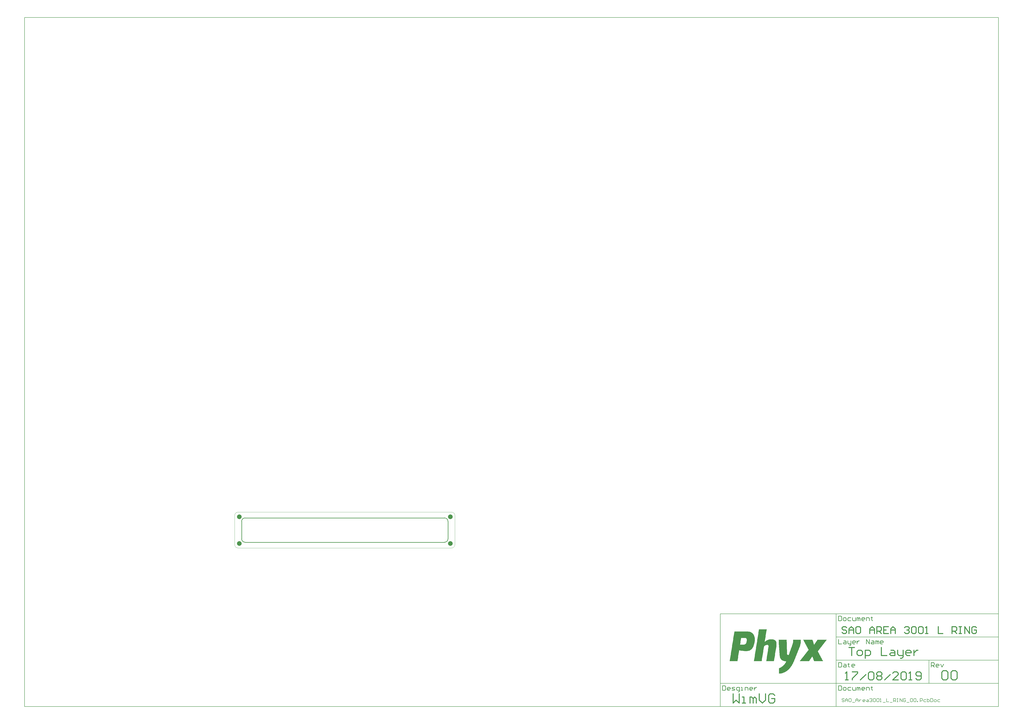
<source format=gtl>
G04*
G04 #@! TF.GenerationSoftware,Altium Limited,Altium Designer,18.1.7 (191)*
G04*
G04 Layer_Physical_Order=1*
G04 Layer_Color=255*
%FSLAX25Y25*%
%MOIN*%
G70*
G01*
G75*
%ADD10C,0.01575*%
%ADD11C,0.00984*%
%ADD12C,0.00394*%
%ADD13C,0.00787*%
%ADD15C,0.07874*%
G36*
X872201Y-141778D02*
X873919D01*
Y-142065D01*
X874778D01*
Y-142351D01*
X875637D01*
Y-142637D01*
X876496D01*
Y-142924D01*
X877069D01*
Y-143210D01*
X877355D01*
Y-143496D01*
X877928D01*
Y-143783D01*
X878214D01*
Y-144069D01*
X878786D01*
Y-144355D01*
X879073D01*
Y-144641D01*
X879359D01*
Y-144928D01*
X879646D01*
Y-145214D01*
X879932D01*
Y-145501D01*
X880218D01*
Y-145787D01*
X880504D01*
Y-146073D01*
Y-146359D01*
X880791D01*
Y-146646D01*
X881077D01*
Y-146932D01*
Y-147218D01*
X881363D01*
Y-147505D01*
X881650D01*
Y-147791D01*
Y-148077D01*
X881936D01*
Y-148364D01*
Y-148650D01*
Y-148936D01*
X882222D01*
Y-149223D01*
Y-149509D01*
Y-149795D01*
X882509D01*
Y-150082D01*
Y-150368D01*
Y-150654D01*
Y-150940D01*
X882795D01*
Y-151227D01*
Y-151513D01*
Y-151799D01*
Y-152086D01*
Y-152372D01*
X883081D01*
Y-152658D01*
Y-152945D01*
Y-153231D01*
Y-153517D01*
Y-153804D01*
Y-154090D01*
Y-154376D01*
Y-154663D01*
Y-154949D01*
Y-155235D01*
Y-155521D01*
Y-155808D01*
Y-156094D01*
Y-156380D01*
Y-156667D01*
Y-156953D01*
Y-157239D01*
Y-157526D01*
Y-157812D01*
Y-158098D01*
X882795D01*
Y-158385D01*
Y-158671D01*
Y-158957D01*
Y-159244D01*
Y-159530D01*
Y-159816D01*
Y-160102D01*
X882509D01*
Y-160389D01*
Y-160675D01*
Y-160961D01*
Y-161248D01*
Y-161534D01*
X882222D01*
Y-161820D01*
Y-162107D01*
Y-162393D01*
Y-162679D01*
Y-162966D01*
X881936D01*
Y-163252D01*
Y-163538D01*
Y-163824D01*
X881650D01*
Y-164111D01*
Y-164397D01*
Y-164683D01*
Y-164970D01*
X881363D01*
Y-165256D01*
Y-165542D01*
Y-165829D01*
X881077D01*
Y-166115D01*
Y-166401D01*
X880791D01*
Y-166688D01*
Y-166974D01*
Y-167260D01*
X880504D01*
Y-167547D01*
Y-167833D01*
X880218D01*
Y-168119D01*
Y-168405D01*
X879932D01*
Y-168692D01*
Y-168978D01*
X879646D01*
Y-169264D01*
X879359D01*
Y-169551D01*
Y-169837D01*
X879073D01*
Y-170123D01*
X878786D01*
Y-170410D01*
X878500D01*
Y-170696D01*
Y-170982D01*
X878214D01*
Y-171269D01*
X877928D01*
Y-171555D01*
X877641D01*
Y-171841D01*
X877355D01*
Y-172127D01*
X877069D01*
Y-172414D01*
X876496D01*
Y-172700D01*
X876210D01*
Y-172986D01*
X875637D01*
Y-173273D01*
X875351D01*
Y-173559D01*
X874778D01*
Y-173845D01*
X873919D01*
Y-174132D01*
X873060D01*
Y-174418D01*
X872201D01*
Y-174704D01*
X870483D01*
Y-174991D01*
X865330D01*
Y-174704D01*
X862753D01*
Y-174418D01*
X860749D01*
Y-174132D01*
X859317D01*
Y-173845D01*
X857886D01*
Y-173559D01*
X856454D01*
Y-173845D01*
Y-174132D01*
Y-174418D01*
Y-174704D01*
Y-174991D01*
Y-175277D01*
Y-175563D01*
X856168D01*
Y-175850D01*
Y-176136D01*
Y-176422D01*
Y-176709D01*
Y-176995D01*
Y-177281D01*
X855882D01*
Y-177568D01*
Y-177854D01*
Y-178140D01*
Y-178426D01*
Y-178713D01*
Y-178999D01*
X855595D01*
Y-179285D01*
Y-179572D01*
Y-179858D01*
Y-180144D01*
Y-180431D01*
Y-180717D01*
Y-181003D01*
X855309D01*
Y-181290D01*
Y-181576D01*
Y-181862D01*
Y-182149D01*
Y-182435D01*
Y-182721D01*
X855023D01*
Y-183007D01*
Y-183294D01*
Y-183580D01*
Y-183866D01*
Y-184153D01*
Y-184439D01*
X854736D01*
Y-184725D01*
Y-185012D01*
Y-185298D01*
Y-185584D01*
Y-185871D01*
Y-186157D01*
Y-186443D01*
X854450D01*
Y-186730D01*
Y-187016D01*
Y-187302D01*
Y-187588D01*
Y-187875D01*
Y-188161D01*
X854164D01*
Y-188447D01*
Y-188734D01*
Y-189020D01*
Y-189306D01*
Y-189593D01*
Y-189879D01*
X853877D01*
Y-190165D01*
Y-190452D01*
Y-190738D01*
Y-191024D01*
Y-191311D01*
Y-191597D01*
Y-191883D01*
X840421D01*
Y-191597D01*
X840707D01*
Y-191311D01*
Y-191024D01*
Y-190738D01*
Y-190452D01*
Y-190165D01*
X840993D01*
Y-189879D01*
Y-189593D01*
Y-189306D01*
Y-189020D01*
Y-188734D01*
Y-188447D01*
Y-188161D01*
X841280D01*
Y-187875D01*
Y-187588D01*
Y-187302D01*
Y-187016D01*
Y-186730D01*
Y-186443D01*
X841566D01*
Y-186157D01*
Y-185871D01*
Y-185584D01*
Y-185298D01*
Y-185012D01*
Y-184725D01*
X841852D01*
Y-184439D01*
Y-184153D01*
Y-183866D01*
Y-183580D01*
Y-183294D01*
Y-183007D01*
Y-182721D01*
X842138D01*
Y-182435D01*
Y-182149D01*
Y-181862D01*
Y-181576D01*
Y-181290D01*
Y-181003D01*
X842425D01*
Y-180717D01*
Y-180431D01*
Y-180144D01*
Y-179858D01*
Y-179572D01*
Y-179285D01*
X842711D01*
Y-178999D01*
Y-178713D01*
Y-178426D01*
Y-178140D01*
Y-177854D01*
Y-177568D01*
X842997D01*
Y-177281D01*
Y-176995D01*
Y-176709D01*
Y-176422D01*
Y-176136D01*
Y-175850D01*
Y-175563D01*
X843284D01*
Y-175277D01*
Y-174991D01*
Y-174704D01*
Y-174418D01*
Y-174132D01*
Y-173845D01*
X843570D01*
Y-173559D01*
Y-173273D01*
Y-172986D01*
Y-172700D01*
Y-172414D01*
Y-172127D01*
X843856D01*
Y-171841D01*
Y-171555D01*
Y-171269D01*
Y-170982D01*
Y-170696D01*
Y-170410D01*
X844143D01*
Y-170123D01*
Y-169837D01*
Y-169551D01*
Y-169264D01*
Y-168978D01*
Y-168692D01*
Y-168405D01*
X844429D01*
Y-168119D01*
Y-167833D01*
Y-167547D01*
Y-167260D01*
Y-166974D01*
Y-166688D01*
X844715D01*
Y-166401D01*
Y-166115D01*
Y-165829D01*
Y-165542D01*
Y-165256D01*
Y-164970D01*
X845002D01*
Y-164683D01*
Y-164397D01*
Y-164111D01*
Y-163824D01*
Y-163538D01*
Y-163252D01*
Y-162966D01*
X845288D01*
Y-162679D01*
Y-162393D01*
Y-162107D01*
Y-161820D01*
Y-161534D01*
Y-161248D01*
X845574D01*
Y-160961D01*
Y-160675D01*
Y-160389D01*
Y-160102D01*
Y-159816D01*
Y-159530D01*
X845861D01*
Y-159244D01*
Y-158957D01*
Y-158671D01*
Y-158385D01*
Y-158098D01*
Y-157812D01*
X846147D01*
Y-157526D01*
Y-157239D01*
Y-156953D01*
Y-156667D01*
Y-156380D01*
Y-156094D01*
Y-155808D01*
X846433D01*
Y-155521D01*
Y-155235D01*
Y-154949D01*
Y-154663D01*
Y-154376D01*
Y-154090D01*
X846719D01*
Y-153804D01*
Y-153517D01*
Y-153231D01*
Y-152945D01*
Y-152658D01*
Y-152372D01*
X847006D01*
Y-152086D01*
Y-151799D01*
Y-151513D01*
Y-151227D01*
Y-150940D01*
Y-150654D01*
Y-150368D01*
X847292D01*
Y-150082D01*
Y-149795D01*
Y-149509D01*
Y-149223D01*
Y-148936D01*
Y-148650D01*
X847578D01*
Y-148364D01*
Y-148077D01*
Y-147791D01*
Y-147505D01*
Y-147218D01*
Y-146932D01*
X847865D01*
Y-146646D01*
Y-146359D01*
Y-146073D01*
Y-145787D01*
Y-145501D01*
Y-145214D01*
Y-144928D01*
X848151D01*
Y-144641D01*
Y-144355D01*
Y-144069D01*
Y-143783D01*
Y-143496D01*
Y-143210D01*
X848437D01*
Y-142924D01*
Y-142637D01*
Y-142351D01*
Y-142065D01*
Y-141778D01*
Y-141492D01*
X872201D01*
Y-141778D01*
D02*
G37*
G36*
X903409Y-138343D02*
Y-138629D01*
X903123D01*
Y-138915D01*
Y-139202D01*
Y-139488D01*
Y-139774D01*
Y-140060D01*
Y-140347D01*
X902837D01*
Y-140633D01*
Y-140919D01*
Y-141206D01*
Y-141492D01*
Y-141778D01*
Y-142065D01*
X902551D01*
Y-142351D01*
Y-142637D01*
Y-142924D01*
Y-143210D01*
Y-143496D01*
Y-143783D01*
Y-144069D01*
X902264D01*
Y-144355D01*
Y-144641D01*
Y-144928D01*
Y-145214D01*
Y-145501D01*
Y-145787D01*
X901978D01*
Y-146073D01*
Y-146359D01*
Y-146646D01*
Y-146932D01*
Y-147218D01*
Y-147505D01*
X901692D01*
Y-147791D01*
Y-148077D01*
Y-148364D01*
Y-148650D01*
Y-148936D01*
Y-149223D01*
Y-149509D01*
X901405D01*
Y-149795D01*
Y-150082D01*
Y-150368D01*
Y-150654D01*
Y-150940D01*
Y-151227D01*
X901119D01*
Y-151513D01*
Y-151799D01*
Y-152086D01*
Y-152372D01*
Y-152658D01*
Y-152945D01*
X900833D01*
Y-153231D01*
Y-153517D01*
Y-153804D01*
Y-154090D01*
Y-154376D01*
Y-154663D01*
X900546D01*
Y-154949D01*
Y-155235D01*
Y-155521D01*
Y-155808D01*
Y-156094D01*
Y-156380D01*
Y-156667D01*
X900260D01*
Y-156953D01*
Y-157239D01*
Y-157526D01*
Y-157812D01*
Y-158098D01*
Y-158385D01*
X899974D01*
Y-158671D01*
Y-158957D01*
X900546D01*
Y-158671D01*
X900833D01*
Y-158385D01*
X901119D01*
Y-158098D01*
X901692D01*
Y-157812D01*
X901978D01*
Y-157526D01*
X902264D01*
Y-157239D01*
X902837D01*
Y-156953D01*
X903409D01*
Y-156667D01*
X903696D01*
Y-156380D01*
X904268D01*
Y-156094D01*
X905127D01*
Y-155808D01*
X905700D01*
Y-155521D01*
X906559D01*
Y-155235D01*
X907990D01*
Y-154949D01*
X914289D01*
Y-155235D01*
X915435D01*
Y-155521D01*
X916294D01*
Y-155808D01*
X916866D01*
Y-156094D01*
X917153D01*
Y-156380D01*
X917725D01*
Y-156667D01*
X918011D01*
Y-156953D01*
X918298D01*
Y-157239D01*
X918584D01*
Y-157526D01*
X918870D01*
Y-157812D01*
Y-158098D01*
X919157D01*
Y-158385D01*
Y-158671D01*
X919443D01*
Y-158957D01*
Y-159244D01*
Y-159530D01*
X919729D01*
Y-159816D01*
Y-160102D01*
Y-160389D01*
Y-160675D01*
X920016D01*
Y-160961D01*
Y-161248D01*
Y-161534D01*
Y-161820D01*
Y-162107D01*
Y-162393D01*
Y-162679D01*
Y-162966D01*
Y-163252D01*
Y-163538D01*
Y-163824D01*
Y-164111D01*
Y-164397D01*
Y-164683D01*
Y-164970D01*
Y-165256D01*
Y-165542D01*
Y-165829D01*
X919729D01*
Y-166115D01*
Y-166401D01*
Y-166688D01*
Y-166974D01*
Y-167260D01*
Y-167547D01*
Y-167833D01*
X919443D01*
Y-168119D01*
Y-168405D01*
Y-168692D01*
Y-168978D01*
Y-169264D01*
Y-169551D01*
Y-169837D01*
X919157D01*
Y-170123D01*
Y-170410D01*
Y-170696D01*
Y-170982D01*
Y-171269D01*
Y-171555D01*
X918870D01*
Y-171841D01*
Y-172127D01*
Y-172414D01*
Y-172700D01*
Y-172986D01*
Y-173273D01*
X918584D01*
Y-173559D01*
Y-173845D01*
Y-174132D01*
Y-174418D01*
Y-174704D01*
Y-174991D01*
X918298D01*
Y-175277D01*
Y-175563D01*
Y-175850D01*
Y-176136D01*
Y-176422D01*
Y-176709D01*
Y-176995D01*
X918011D01*
Y-177281D01*
Y-177568D01*
Y-177854D01*
Y-178140D01*
Y-178426D01*
Y-178713D01*
X917725D01*
Y-178999D01*
Y-179285D01*
Y-179572D01*
Y-179858D01*
Y-180144D01*
Y-180431D01*
X917439D01*
Y-180717D01*
Y-181003D01*
Y-181290D01*
Y-181576D01*
Y-181862D01*
Y-182149D01*
Y-182435D01*
X917153D01*
Y-182721D01*
Y-183007D01*
Y-183294D01*
Y-183580D01*
Y-183866D01*
Y-184153D01*
X916866D01*
Y-184439D01*
Y-184725D01*
Y-185012D01*
Y-185298D01*
Y-185584D01*
Y-185871D01*
X916580D01*
Y-186157D01*
Y-186443D01*
Y-186730D01*
Y-187016D01*
Y-187302D01*
Y-187588D01*
X916294D01*
Y-187875D01*
Y-188161D01*
Y-188447D01*
Y-188734D01*
Y-189020D01*
Y-189306D01*
Y-189593D01*
X916007D01*
Y-189879D01*
Y-190165D01*
Y-190452D01*
Y-190738D01*
Y-191024D01*
Y-191311D01*
X915721D01*
Y-191597D01*
Y-191883D01*
X902551D01*
Y-191597D01*
Y-191311D01*
X902837D01*
Y-191024D01*
Y-190738D01*
Y-190452D01*
Y-190165D01*
Y-189879D01*
Y-189593D01*
X903123D01*
Y-189306D01*
Y-189020D01*
Y-188734D01*
Y-188447D01*
Y-188161D01*
Y-187875D01*
Y-187588D01*
X903409D01*
Y-187302D01*
Y-187016D01*
Y-186730D01*
Y-186443D01*
Y-186157D01*
Y-185871D01*
X903696D01*
Y-185584D01*
Y-185298D01*
Y-185012D01*
Y-184725D01*
Y-184439D01*
Y-184153D01*
X903982D01*
Y-183866D01*
Y-183580D01*
Y-183294D01*
Y-183007D01*
Y-182721D01*
Y-182435D01*
Y-182149D01*
X904268D01*
Y-181862D01*
Y-181576D01*
Y-181290D01*
Y-181003D01*
Y-180717D01*
Y-180431D01*
X904555D01*
Y-180144D01*
Y-179858D01*
Y-179572D01*
Y-179285D01*
Y-178999D01*
Y-178713D01*
Y-178426D01*
X904841D01*
Y-178140D01*
Y-177854D01*
Y-177568D01*
Y-177281D01*
Y-176995D01*
Y-176709D01*
X905127D01*
Y-176422D01*
Y-176136D01*
Y-175850D01*
Y-175563D01*
Y-175277D01*
Y-174991D01*
X905414D01*
Y-174704D01*
Y-174418D01*
Y-174132D01*
Y-173845D01*
Y-173559D01*
Y-173273D01*
X905700D01*
Y-172986D01*
Y-172700D01*
Y-172414D01*
Y-172127D01*
Y-171841D01*
Y-171555D01*
Y-171269D01*
X905986D01*
Y-170982D01*
Y-170696D01*
Y-170410D01*
Y-170123D01*
Y-169837D01*
Y-169551D01*
X906273D01*
Y-169264D01*
Y-168978D01*
Y-168692D01*
Y-168405D01*
Y-168119D01*
Y-167833D01*
Y-167547D01*
X906559D01*
Y-167260D01*
Y-166974D01*
Y-166688D01*
Y-166401D01*
Y-166115D01*
Y-165829D01*
X906273D01*
Y-165542D01*
Y-165256D01*
X905986D01*
Y-164970D01*
X905700D01*
Y-164683D01*
X905127D01*
Y-164397D01*
X903409D01*
Y-164683D01*
X901978D01*
Y-164970D01*
X901119D01*
Y-165256D01*
X900546D01*
Y-165542D01*
X900260D01*
Y-165829D01*
X899687D01*
Y-166115D01*
X899401D01*
Y-166401D01*
X899115D01*
Y-166688D01*
Y-166974D01*
X898828D01*
Y-167260D01*
Y-167547D01*
Y-167833D01*
X898542D01*
Y-168119D01*
Y-168405D01*
Y-168692D01*
Y-168978D01*
Y-169264D01*
Y-169551D01*
X898256D01*
Y-169837D01*
Y-170123D01*
Y-170410D01*
Y-170696D01*
Y-170982D01*
Y-171269D01*
Y-171555D01*
X897970D01*
Y-171841D01*
Y-172127D01*
Y-172414D01*
Y-172700D01*
Y-172986D01*
Y-173273D01*
X897683D01*
Y-173559D01*
Y-173845D01*
Y-174132D01*
Y-174418D01*
Y-174704D01*
Y-174991D01*
X897397D01*
Y-175277D01*
Y-175563D01*
Y-175850D01*
Y-176136D01*
Y-176422D01*
Y-176709D01*
X897111D01*
Y-176995D01*
Y-177281D01*
Y-177568D01*
Y-177854D01*
Y-178140D01*
Y-178426D01*
Y-178713D01*
X896824D01*
Y-178999D01*
Y-179285D01*
Y-179572D01*
Y-179858D01*
Y-180144D01*
Y-180431D01*
X896538D01*
Y-180717D01*
Y-181003D01*
Y-181290D01*
Y-181576D01*
Y-181862D01*
Y-182149D01*
X896252D01*
Y-182435D01*
Y-182721D01*
Y-183007D01*
Y-183294D01*
Y-183580D01*
Y-183866D01*
Y-184153D01*
X895965D01*
Y-184439D01*
Y-184725D01*
Y-185012D01*
Y-185298D01*
Y-185584D01*
Y-185871D01*
X895679D01*
Y-186157D01*
Y-186443D01*
Y-186730D01*
Y-187016D01*
Y-187302D01*
Y-187588D01*
X895393D01*
Y-187875D01*
Y-188161D01*
Y-188447D01*
Y-188734D01*
Y-189020D01*
Y-189306D01*
X895106D01*
Y-189593D01*
Y-189879D01*
Y-190165D01*
Y-190452D01*
Y-190738D01*
Y-191024D01*
Y-191311D01*
X894820D01*
Y-191597D01*
Y-191883D01*
X881650D01*
Y-191597D01*
Y-191311D01*
X881936D01*
Y-191024D01*
Y-190738D01*
Y-190452D01*
Y-190165D01*
Y-189879D01*
Y-189593D01*
Y-189306D01*
X882222D01*
Y-189020D01*
Y-188734D01*
Y-188447D01*
Y-188161D01*
Y-187875D01*
Y-187588D01*
X882509D01*
Y-187302D01*
Y-187016D01*
Y-186730D01*
Y-186443D01*
Y-186157D01*
Y-185871D01*
X882795D01*
Y-185584D01*
Y-185298D01*
Y-185012D01*
Y-184725D01*
Y-184439D01*
Y-184153D01*
Y-183866D01*
X883081D01*
Y-183580D01*
Y-183294D01*
Y-183007D01*
Y-182721D01*
Y-182435D01*
Y-182149D01*
X883368D01*
Y-181862D01*
Y-181576D01*
Y-181290D01*
Y-181003D01*
Y-180717D01*
Y-180431D01*
X883654D01*
Y-180144D01*
Y-179858D01*
Y-179572D01*
Y-179285D01*
Y-178999D01*
Y-178713D01*
X883940D01*
Y-178426D01*
Y-178140D01*
Y-177854D01*
Y-177568D01*
Y-177281D01*
Y-176995D01*
Y-176709D01*
X884227D01*
Y-176422D01*
Y-176136D01*
Y-175850D01*
Y-175563D01*
Y-175277D01*
Y-174991D01*
X884513D01*
Y-174704D01*
Y-174418D01*
Y-174132D01*
Y-173845D01*
Y-173559D01*
Y-173273D01*
X884799D01*
Y-172986D01*
Y-172700D01*
Y-172414D01*
Y-172127D01*
Y-171841D01*
Y-171555D01*
Y-171269D01*
X885085D01*
Y-170982D01*
Y-170696D01*
Y-170410D01*
Y-170123D01*
Y-169837D01*
Y-169551D01*
X885372D01*
Y-169264D01*
Y-168978D01*
Y-168692D01*
Y-168405D01*
Y-168119D01*
Y-167833D01*
X885658D01*
Y-167547D01*
Y-167260D01*
Y-166974D01*
Y-166688D01*
Y-166401D01*
Y-166115D01*
X885944D01*
Y-165829D01*
Y-165542D01*
Y-165256D01*
Y-164970D01*
Y-164683D01*
Y-164397D01*
Y-164111D01*
X886231D01*
Y-163824D01*
Y-163538D01*
Y-163252D01*
Y-162966D01*
Y-162679D01*
Y-162393D01*
X886517D01*
Y-162107D01*
Y-161820D01*
Y-161534D01*
Y-161248D01*
Y-160961D01*
Y-160675D01*
X886803D01*
Y-160389D01*
Y-160102D01*
Y-159816D01*
Y-159530D01*
Y-159244D01*
Y-158957D01*
X887090D01*
Y-158671D01*
Y-158385D01*
Y-158098D01*
Y-157812D01*
Y-157526D01*
Y-157239D01*
Y-156953D01*
X887376D01*
Y-156667D01*
Y-156380D01*
Y-156094D01*
Y-155808D01*
Y-155521D01*
Y-155235D01*
X887662D01*
Y-154949D01*
Y-154663D01*
Y-154376D01*
Y-154090D01*
Y-153804D01*
Y-153517D01*
X887949D01*
Y-153231D01*
Y-152945D01*
Y-152658D01*
Y-152372D01*
Y-152086D01*
Y-151799D01*
Y-151513D01*
X888235D01*
Y-151227D01*
Y-150940D01*
Y-150654D01*
Y-150368D01*
Y-150082D01*
Y-149795D01*
X888521D01*
Y-149509D01*
Y-149223D01*
Y-148936D01*
Y-148650D01*
Y-148364D01*
Y-148077D01*
X888807D01*
Y-147791D01*
Y-147505D01*
Y-147218D01*
Y-146932D01*
Y-146646D01*
Y-146359D01*
X889094D01*
Y-146073D01*
Y-145787D01*
Y-145501D01*
Y-145214D01*
Y-144928D01*
Y-144641D01*
Y-144355D01*
X889380D01*
Y-144069D01*
Y-143783D01*
Y-143496D01*
Y-143210D01*
Y-142924D01*
Y-142637D01*
X889666D01*
Y-142351D01*
Y-142065D01*
Y-141778D01*
Y-141492D01*
Y-141206D01*
Y-140919D01*
X889953D01*
Y-140633D01*
Y-140347D01*
Y-140060D01*
Y-139774D01*
Y-139488D01*
Y-139202D01*
Y-138915D01*
X890239D01*
Y-138629D01*
Y-138343D01*
Y-138056D01*
X903409D01*
Y-138343D01*
D02*
G37*
G36*
X1005337Y-155808D02*
X1005050D01*
Y-156094D01*
X1004764D01*
Y-156380D01*
Y-156667D01*
X1004478D01*
Y-156953D01*
X1004192D01*
Y-157239D01*
X1003905D01*
Y-157526D01*
Y-157812D01*
X1003619D01*
Y-158098D01*
X1003333D01*
Y-158385D01*
X1003046D01*
Y-158671D01*
X1002760D01*
Y-158957D01*
Y-159244D01*
X1002474D01*
Y-159530D01*
X1002187D01*
Y-159816D01*
X1001901D01*
Y-160102D01*
Y-160389D01*
X1001615D01*
Y-160675D01*
X1001328D01*
Y-160961D01*
X1001042D01*
Y-161248D01*
X1000756D01*
Y-161534D01*
Y-161820D01*
X1000469D01*
Y-162107D01*
X1000183D01*
Y-162393D01*
X999897D01*
Y-162679D01*
Y-162966D01*
X999611D01*
Y-163252D01*
X999324D01*
Y-163538D01*
X999038D01*
Y-163824D01*
Y-164111D01*
X998752D01*
Y-164397D01*
X998465D01*
Y-164683D01*
X998179D01*
Y-164970D01*
X997893D01*
Y-165256D01*
Y-165542D01*
X997606D01*
Y-165829D01*
X997320D01*
Y-166115D01*
X997034D01*
Y-166401D01*
Y-166688D01*
X996747D01*
Y-166974D01*
X996461D01*
Y-167260D01*
X996175D01*
Y-167547D01*
Y-167833D01*
X995889D01*
Y-168119D01*
X995602D01*
Y-168405D01*
X995316D01*
Y-168692D01*
X995030D01*
Y-168978D01*
Y-169264D01*
X994743D01*
Y-169551D01*
X994457D01*
Y-169837D01*
X994171D01*
Y-170123D01*
Y-170410D01*
X993884D01*
Y-170696D01*
X993598D01*
Y-170982D01*
X993312D01*
Y-171269D01*
Y-171555D01*
X993025D01*
Y-171841D01*
X992739D01*
Y-172127D01*
X992453D01*
Y-172414D01*
X992166D01*
Y-172700D01*
Y-172986D01*
X991880D01*
Y-173273D01*
X991594D01*
Y-173559D01*
X991308D01*
Y-173845D01*
Y-174132D01*
X991021D01*
Y-174418D01*
X990735D01*
Y-174704D01*
X990449D01*
Y-174991D01*
X990162D01*
Y-175277D01*
Y-175563D01*
X990449D01*
Y-175850D01*
Y-176136D01*
X990735D01*
Y-176422D01*
Y-176709D01*
X991021D01*
Y-176995D01*
X991308D01*
Y-177281D01*
Y-177568D01*
X991594D01*
Y-177854D01*
Y-178140D01*
X991880D01*
Y-178426D01*
Y-178713D01*
X992166D01*
Y-178999D01*
Y-179285D01*
X992453D01*
Y-179572D01*
Y-179858D01*
X992739D01*
Y-180144D01*
Y-180431D01*
X993025D01*
Y-180717D01*
Y-181003D01*
X993312D01*
Y-181290D01*
Y-181576D01*
X993598D01*
Y-181862D01*
X993884D01*
Y-182149D01*
Y-182435D01*
X994171D01*
Y-182721D01*
Y-183007D01*
X994457D01*
Y-183294D01*
Y-183580D01*
X994743D01*
Y-183866D01*
Y-184153D01*
X995030D01*
Y-184439D01*
Y-184725D01*
X995316D01*
Y-185012D01*
Y-185298D01*
X995602D01*
Y-185584D01*
Y-185871D01*
X995889D01*
Y-186157D01*
X996175D01*
Y-186443D01*
Y-186730D01*
X996461D01*
Y-187016D01*
Y-187302D01*
X996747D01*
Y-187588D01*
Y-187875D01*
X997034D01*
Y-188161D01*
Y-188447D01*
X997320D01*
Y-188734D01*
Y-189020D01*
X997606D01*
Y-189306D01*
Y-189593D01*
X997893D01*
Y-189879D01*
Y-190165D01*
X998179D01*
Y-190452D01*
X998465D01*
Y-190738D01*
Y-191024D01*
X998752D01*
Y-191311D01*
Y-191597D01*
X999038D01*
Y-191883D01*
X983863D01*
Y-191597D01*
X983577D01*
Y-191311D01*
Y-191024D01*
Y-190738D01*
X983291D01*
Y-190452D01*
Y-190165D01*
Y-189879D01*
X983004D01*
Y-189593D01*
Y-189306D01*
X982718D01*
Y-189020D01*
Y-188734D01*
Y-188447D01*
X982432D01*
Y-188161D01*
Y-187875D01*
Y-187588D01*
X982146D01*
Y-187302D01*
Y-187016D01*
X981859D01*
Y-186730D01*
Y-186443D01*
Y-186157D01*
X981573D01*
Y-185871D01*
Y-185584D01*
Y-185298D01*
X981287D01*
Y-185012D01*
Y-184725D01*
Y-184439D01*
X981000D01*
Y-184153D01*
X980428D01*
Y-184439D01*
Y-184725D01*
X980141D01*
Y-185012D01*
X979855D01*
Y-185298D01*
Y-185584D01*
X979569D01*
Y-185871D01*
X979282D01*
Y-186157D01*
Y-186443D01*
X978996D01*
Y-186730D01*
X978710D01*
Y-187016D01*
Y-187302D01*
X978423D01*
Y-187588D01*
X978137D01*
Y-187875D01*
X977851D01*
Y-188161D01*
Y-188447D01*
X977565D01*
Y-188734D01*
X977278D01*
Y-189020D01*
Y-189306D01*
X976992D01*
Y-189593D01*
X976705D01*
Y-189879D01*
Y-190165D01*
X976419D01*
Y-190452D01*
X976133D01*
Y-190738D01*
Y-191024D01*
X975847D01*
Y-191311D01*
X975560D01*
Y-191597D01*
Y-191883D01*
X959527D01*
Y-191597D01*
X959813D01*
Y-191311D01*
X960099D01*
Y-191024D01*
X960386D01*
Y-190738D01*
X960672D01*
Y-190452D01*
Y-190165D01*
X960958D01*
Y-189879D01*
X961245D01*
Y-189593D01*
X961531D01*
Y-189306D01*
X961817D01*
Y-189020D01*
Y-188734D01*
X962104D01*
Y-188447D01*
X962390D01*
Y-188161D01*
X962676D01*
Y-187875D01*
Y-187588D01*
X962963D01*
Y-187302D01*
X963249D01*
Y-187016D01*
X963535D01*
Y-186730D01*
X963822D01*
Y-186443D01*
Y-186157D01*
X964108D01*
Y-185871D01*
X964394D01*
Y-185584D01*
X964680D01*
Y-185298D01*
X964967D01*
Y-185012D01*
Y-184725D01*
X965253D01*
Y-184439D01*
X965539D01*
Y-184153D01*
X965826D01*
Y-183866D01*
Y-183580D01*
X966112D01*
Y-183294D01*
X966398D01*
Y-183007D01*
X966685D01*
Y-182721D01*
X966971D01*
Y-182435D01*
Y-182149D01*
X967257D01*
Y-181862D01*
X967544D01*
Y-181576D01*
X967830D01*
Y-181290D01*
Y-181003D01*
X968116D01*
Y-180717D01*
X968402D01*
Y-180431D01*
X968689D01*
Y-180144D01*
X968975D01*
Y-179858D01*
Y-179572D01*
X969261D01*
Y-179285D01*
X969548D01*
Y-178999D01*
X969834D01*
Y-178713D01*
Y-178426D01*
X970120D01*
Y-178140D01*
X970407D01*
Y-177854D01*
X970693D01*
Y-177568D01*
X970979D01*
Y-177281D01*
Y-176995D01*
X971266D01*
Y-176709D01*
X971552D01*
Y-176422D01*
X971838D01*
Y-176136D01*
X972124D01*
Y-175850D01*
Y-175563D01*
X972411D01*
Y-175277D01*
X972697D01*
Y-174991D01*
X972983D01*
Y-174704D01*
Y-174418D01*
X973270D01*
Y-174132D01*
X973556D01*
Y-173845D01*
X973842D01*
Y-173559D01*
X974129D01*
Y-173273D01*
Y-172986D01*
X974415D01*
Y-172700D01*
Y-172414D01*
Y-172127D01*
X974129D01*
Y-171841D01*
X973842D01*
Y-171555D01*
Y-171269D01*
X973556D01*
Y-170982D01*
Y-170696D01*
X973270D01*
Y-170410D01*
Y-170123D01*
X972983D01*
Y-169837D01*
Y-169551D01*
X972697D01*
Y-169264D01*
Y-168978D01*
X972411D01*
Y-168692D01*
Y-168405D01*
X972124D01*
Y-168119D01*
X971838D01*
Y-167833D01*
Y-167547D01*
X971552D01*
Y-167260D01*
Y-166974D01*
X971266D01*
Y-166688D01*
Y-166401D01*
X970979D01*
Y-166115D01*
Y-165829D01*
X970693D01*
Y-165542D01*
Y-165256D01*
X970407D01*
Y-164970D01*
Y-164683D01*
X970120D01*
Y-164397D01*
X969834D01*
Y-164111D01*
Y-163824D01*
X969548D01*
Y-163538D01*
Y-163252D01*
X969261D01*
Y-162966D01*
Y-162679D01*
X968975D01*
Y-162393D01*
Y-162107D01*
X968689D01*
Y-161820D01*
Y-161534D01*
X968402D01*
Y-161248D01*
Y-160961D01*
X968116D01*
Y-160675D01*
Y-160389D01*
X967830D01*
Y-160102D01*
X967544D01*
Y-159816D01*
Y-159530D01*
X967257D01*
Y-159244D01*
Y-158957D01*
X966971D01*
Y-158671D01*
Y-158385D01*
X966685D01*
Y-158098D01*
Y-157812D01*
X966398D01*
Y-157526D01*
Y-157239D01*
X966112D01*
Y-156953D01*
Y-156667D01*
X965826D01*
Y-156380D01*
X965539D01*
Y-156094D01*
Y-155808D01*
X965253D01*
Y-155521D01*
X981000D01*
Y-155808D01*
X981287D01*
Y-156094D01*
Y-156380D01*
Y-156667D01*
X981573D01*
Y-156953D01*
Y-157239D01*
Y-157526D01*
X981859D01*
Y-157812D01*
Y-158098D01*
Y-158385D01*
X982146D01*
Y-158671D01*
Y-158957D01*
Y-159244D01*
X982432D01*
Y-159530D01*
Y-159816D01*
Y-160102D01*
X982718D01*
Y-160389D01*
Y-160675D01*
Y-160961D01*
X983004D01*
Y-161248D01*
Y-161534D01*
Y-161820D01*
X983291D01*
Y-162107D01*
Y-162393D01*
Y-162679D01*
X983577D01*
Y-162966D01*
Y-163252D01*
Y-163538D01*
Y-163824D01*
X984150D01*
Y-163538D01*
X984436D01*
Y-163252D01*
X984722D01*
Y-162966D01*
Y-162679D01*
X985009D01*
Y-162393D01*
X985295D01*
Y-162107D01*
Y-161820D01*
X985581D01*
Y-161534D01*
X985868D01*
Y-161248D01*
Y-160961D01*
X986154D01*
Y-160675D01*
X986440D01*
Y-160389D01*
Y-160102D01*
X986726D01*
Y-159816D01*
X987013D01*
Y-159530D01*
Y-159244D01*
X987299D01*
Y-158957D01*
X987585D01*
Y-158671D01*
Y-158385D01*
X987872D01*
Y-158098D01*
X988158D01*
Y-157812D01*
Y-157526D01*
X988444D01*
Y-157239D01*
X988731D01*
Y-156953D01*
Y-156667D01*
X989017D01*
Y-156380D01*
X989303D01*
Y-156094D01*
Y-155808D01*
X989590D01*
Y-155521D01*
X1005337D01*
Y-155808D01*
D02*
G37*
G36*
X961245D02*
Y-156094D01*
Y-156380D01*
Y-156667D01*
Y-156953D01*
Y-157239D01*
Y-157526D01*
Y-157812D01*
Y-158098D01*
Y-158385D01*
Y-158671D01*
Y-158957D01*
Y-159244D01*
Y-159530D01*
Y-159816D01*
Y-160102D01*
Y-160389D01*
Y-160675D01*
Y-160961D01*
Y-161248D01*
Y-161534D01*
X960958D01*
Y-161820D01*
Y-162107D01*
Y-162393D01*
Y-162679D01*
Y-162966D01*
X960672D01*
Y-163252D01*
Y-163538D01*
Y-163824D01*
Y-164111D01*
X960386D01*
Y-164397D01*
Y-164683D01*
Y-164970D01*
Y-165256D01*
X960099D01*
Y-165542D01*
Y-165829D01*
Y-166115D01*
X959813D01*
Y-166401D01*
Y-166688D01*
Y-166974D01*
X959527D01*
Y-167260D01*
Y-167547D01*
Y-167833D01*
X959241D01*
Y-168119D01*
Y-168405D01*
Y-168692D01*
X958954D01*
Y-168978D01*
Y-169264D01*
X958668D01*
Y-169551D01*
Y-169837D01*
X958381D01*
Y-170123D01*
Y-170410D01*
Y-170696D01*
X958095D01*
Y-170982D01*
Y-171269D01*
X957809D01*
Y-171555D01*
Y-171841D01*
Y-172127D01*
X957523D01*
Y-172414D01*
Y-172700D01*
X957236D01*
Y-172986D01*
Y-173273D01*
Y-173559D01*
X956950D01*
Y-173845D01*
Y-174132D01*
X956664D01*
Y-174418D01*
Y-174704D01*
Y-174991D01*
X956377D01*
Y-175277D01*
Y-175563D01*
X956091D01*
Y-175850D01*
Y-176136D01*
Y-176422D01*
X955805D01*
Y-176709D01*
Y-176995D01*
X955518D01*
Y-177281D01*
Y-177568D01*
Y-177854D01*
X955232D01*
Y-178140D01*
Y-178426D01*
X954946D01*
Y-178713D01*
Y-178999D01*
Y-179285D01*
X954659D01*
Y-179572D01*
Y-179858D01*
X954373D01*
Y-180144D01*
Y-180431D01*
Y-180717D01*
X954087D01*
Y-181003D01*
Y-181290D01*
X953800D01*
Y-181576D01*
Y-181862D01*
Y-182149D01*
X953514D01*
Y-182435D01*
Y-182721D01*
X953228D01*
Y-183007D01*
Y-183294D01*
Y-183580D01*
X952942D01*
Y-183866D01*
Y-184153D01*
X952655D01*
Y-184439D01*
Y-184725D01*
Y-185012D01*
X952369D01*
Y-185298D01*
Y-185584D01*
X952083D01*
Y-185871D01*
Y-186157D01*
Y-186443D01*
X951796D01*
Y-186730D01*
Y-187016D01*
X951510D01*
Y-187302D01*
Y-187588D01*
Y-187875D01*
X951224D01*
Y-188161D01*
Y-188447D01*
X950937D01*
Y-188734D01*
Y-189020D01*
Y-189306D01*
X950651D01*
Y-189593D01*
Y-189879D01*
X950365D01*
Y-190165D01*
Y-190452D01*
Y-190738D01*
X950078D01*
Y-191024D01*
Y-191311D01*
X949792D01*
Y-191597D01*
Y-191883D01*
Y-192169D01*
X949506D01*
Y-192456D01*
Y-192742D01*
X949220D01*
Y-193028D01*
Y-193315D01*
X948933D01*
Y-193601D01*
Y-193887D01*
X948647D01*
Y-194174D01*
Y-194460D01*
Y-194746D01*
X948361D01*
Y-195033D01*
X948074D01*
Y-195319D01*
Y-195605D01*
Y-195891D01*
X947788D01*
Y-196178D01*
X947502D01*
Y-196464D01*
Y-196750D01*
X947215D01*
Y-197037D01*
Y-197323D01*
X946929D01*
Y-197609D01*
Y-197896D01*
X946643D01*
Y-198182D01*
Y-198468D01*
X946356D01*
Y-198755D01*
X946070D01*
Y-199041D01*
Y-199327D01*
X945784D01*
Y-199614D01*
Y-199900D01*
X945497D01*
Y-200186D01*
X945211D01*
Y-200472D01*
X944925D01*
Y-200759D01*
Y-201045D01*
X944639D01*
Y-201331D01*
X944352D01*
Y-201618D01*
Y-201904D01*
X944066D01*
Y-202190D01*
X943780D01*
Y-202477D01*
X943493D01*
Y-202763D01*
Y-203049D01*
X943207D01*
Y-203336D01*
X942921D01*
Y-203622D01*
X942634D01*
Y-203908D01*
X942348D01*
Y-204195D01*
X942062D01*
Y-204481D01*
Y-204767D01*
X941775D01*
Y-205053D01*
X941489D01*
Y-205340D01*
X941203D01*
Y-205626D01*
X940916D01*
Y-205912D01*
X940630D01*
Y-206199D01*
X940344D01*
Y-206485D01*
X940057D01*
Y-206771D01*
X939485D01*
Y-207058D01*
X939199D01*
Y-207344D01*
X938912D01*
Y-207630D01*
X938626D01*
Y-207917D01*
X938340D01*
Y-208203D01*
X937767D01*
Y-208489D01*
X937481D01*
Y-208776D01*
X936908D01*
Y-209062D01*
X936622D01*
Y-209348D01*
X936049D01*
Y-209634D01*
X935763D01*
Y-209921D01*
X935190D01*
Y-210207D01*
X934618D01*
Y-210493D01*
X934045D01*
Y-210780D01*
X933472D01*
Y-211066D01*
X932900D01*
Y-211352D01*
X932041D01*
Y-211639D01*
X931468D01*
Y-211925D01*
X930609D01*
Y-212211D01*
X929464D01*
Y-212498D01*
X928319D01*
Y-212784D01*
X926601D01*
Y-213070D01*
X924597D01*
Y-213357D01*
X924310D01*
Y-213070D01*
Y-212784D01*
Y-212498D01*
Y-212211D01*
Y-211925D01*
Y-211639D01*
Y-211352D01*
Y-211066D01*
Y-210780D01*
Y-210493D01*
Y-210207D01*
Y-209921D01*
Y-209634D01*
Y-209348D01*
Y-209062D01*
Y-208776D01*
Y-208489D01*
Y-208203D01*
Y-207917D01*
Y-207630D01*
Y-207344D01*
Y-207058D01*
Y-206771D01*
Y-206485D01*
Y-206199D01*
Y-205912D01*
Y-205626D01*
Y-205340D01*
Y-205053D01*
Y-204767D01*
Y-204481D01*
Y-204195D01*
Y-203908D01*
X924883D01*
Y-203622D01*
X925455D01*
Y-203336D01*
X926028D01*
Y-203049D01*
X926601D01*
Y-202763D01*
X927173D01*
Y-202477D01*
X927746D01*
Y-202190D01*
X928032D01*
Y-201904D01*
X928605D01*
Y-201618D01*
X928891D01*
Y-201331D01*
X929464D01*
Y-201045D01*
X929750D01*
Y-200759D01*
X930037D01*
Y-200472D01*
X930609D01*
Y-200186D01*
X930896D01*
Y-199900D01*
X931182D01*
Y-199614D01*
X931468D01*
Y-199327D01*
X931754D01*
Y-199041D01*
X932041D01*
Y-198755D01*
X932327D01*
Y-198468D01*
X932613D01*
Y-198182D01*
X932900D01*
Y-197896D01*
X933186D01*
Y-197609D01*
X933472D01*
Y-197323D01*
X933759D01*
Y-197037D01*
Y-196750D01*
X934045D01*
Y-196464D01*
X934331D01*
Y-196178D01*
X934618D01*
Y-195891D01*
Y-195605D01*
X934904D01*
Y-195319D01*
X935190D01*
Y-195033D01*
Y-194746D01*
X935476D01*
Y-194460D01*
Y-194174D01*
X935763D01*
Y-193887D01*
X936049D01*
Y-193601D01*
Y-193315D01*
X936335D01*
Y-193028D01*
Y-192742D01*
X936622D01*
Y-192456D01*
Y-192169D01*
X934904D01*
Y-191883D01*
X932900D01*
Y-191597D01*
X931754D01*
Y-191311D01*
X931182D01*
Y-191024D01*
X930323D01*
Y-190738D01*
X929750D01*
Y-190452D01*
X929464D01*
Y-190165D01*
X928891D01*
Y-189879D01*
X928605D01*
Y-189593D01*
X928319D01*
Y-189306D01*
X928032D01*
Y-189020D01*
X927746D01*
Y-188734D01*
X927460D01*
Y-188447D01*
Y-188161D01*
X927173D01*
Y-187875D01*
X926887D01*
Y-187588D01*
Y-187302D01*
X926601D01*
Y-187016D01*
Y-186730D01*
X926315D01*
Y-186443D01*
Y-186157D01*
X926028D01*
Y-185871D01*
Y-185584D01*
Y-185298D01*
X925742D01*
Y-185012D01*
Y-184725D01*
Y-184439D01*
Y-184153D01*
X925455D01*
Y-183866D01*
Y-183580D01*
Y-183294D01*
Y-183007D01*
Y-182721D01*
Y-182435D01*
Y-182149D01*
X925169D01*
Y-181862D01*
Y-181576D01*
Y-181290D01*
Y-181003D01*
Y-180717D01*
Y-180431D01*
Y-180144D01*
Y-179858D01*
Y-179572D01*
Y-179285D01*
Y-178999D01*
Y-178713D01*
Y-178426D01*
Y-178140D01*
Y-177854D01*
X924883D01*
Y-177568D01*
Y-177281D01*
Y-176995D01*
Y-176709D01*
Y-176422D01*
Y-176136D01*
Y-175850D01*
Y-175563D01*
Y-175277D01*
Y-174991D01*
Y-174704D01*
Y-174418D01*
Y-174132D01*
Y-173845D01*
Y-173559D01*
X924597D01*
Y-173273D01*
Y-172986D01*
Y-172700D01*
Y-172414D01*
Y-172127D01*
Y-171841D01*
Y-171555D01*
Y-171269D01*
Y-170982D01*
Y-170696D01*
Y-170410D01*
Y-170123D01*
Y-169837D01*
Y-169551D01*
Y-169264D01*
Y-168978D01*
X924310D01*
Y-168692D01*
Y-168405D01*
Y-168119D01*
Y-167833D01*
Y-167547D01*
Y-167260D01*
Y-166974D01*
Y-166688D01*
Y-166401D01*
Y-166115D01*
Y-165829D01*
Y-165542D01*
Y-165256D01*
Y-164970D01*
Y-164683D01*
Y-164397D01*
X924024D01*
Y-164111D01*
Y-163824D01*
Y-163538D01*
Y-163252D01*
Y-162966D01*
Y-162679D01*
Y-162393D01*
Y-162107D01*
Y-161820D01*
Y-161534D01*
Y-161248D01*
Y-160961D01*
Y-160675D01*
Y-160389D01*
X923738D01*
Y-160102D01*
Y-159816D01*
Y-159530D01*
Y-159244D01*
Y-158957D01*
Y-158671D01*
Y-158385D01*
Y-158098D01*
Y-157812D01*
Y-157526D01*
Y-157239D01*
Y-156953D01*
Y-156667D01*
Y-156380D01*
Y-156094D01*
Y-155808D01*
X923451D01*
Y-155521D01*
X937194D01*
Y-155808D01*
Y-156094D01*
Y-156380D01*
Y-156667D01*
Y-156953D01*
Y-157239D01*
Y-157526D01*
Y-157812D01*
Y-158098D01*
Y-158385D01*
Y-158671D01*
Y-158957D01*
Y-159244D01*
Y-159530D01*
X937481D01*
Y-159816D01*
Y-160102D01*
Y-160389D01*
Y-160675D01*
Y-160961D01*
Y-161248D01*
Y-161534D01*
Y-161820D01*
Y-162107D01*
Y-162393D01*
Y-162679D01*
Y-162966D01*
Y-163252D01*
Y-163538D01*
Y-163824D01*
Y-164111D01*
Y-164397D01*
Y-164683D01*
Y-164970D01*
Y-165256D01*
Y-165542D01*
Y-165829D01*
Y-166115D01*
Y-166401D01*
Y-166688D01*
Y-166974D01*
Y-167260D01*
Y-167547D01*
Y-167833D01*
Y-168119D01*
Y-168405D01*
Y-168692D01*
Y-168978D01*
Y-169264D01*
Y-169551D01*
Y-169837D01*
Y-170123D01*
Y-170410D01*
Y-170696D01*
Y-170982D01*
Y-171269D01*
X937767D01*
Y-171555D01*
X937481D01*
Y-171841D01*
Y-172127D01*
X937767D01*
Y-172414D01*
Y-172700D01*
Y-172986D01*
Y-173273D01*
Y-173559D01*
Y-173845D01*
Y-174132D01*
Y-174418D01*
Y-174704D01*
Y-174991D01*
Y-175277D01*
Y-175563D01*
Y-175850D01*
Y-176136D01*
Y-176422D01*
Y-176709D01*
Y-176995D01*
Y-177281D01*
Y-177568D01*
Y-177854D01*
Y-178140D01*
Y-178426D01*
Y-178713D01*
Y-178999D01*
Y-179285D01*
Y-179572D01*
X938053D01*
Y-179858D01*
Y-180144D01*
Y-180431D01*
X938340D01*
Y-180717D01*
X938626D01*
Y-181003D01*
X938912D01*
Y-181290D01*
X939771D01*
Y-181576D01*
X940630D01*
Y-181290D01*
X940916D01*
Y-181003D01*
Y-180717D01*
Y-180431D01*
X941203D01*
Y-180144D01*
Y-179858D01*
X941489D01*
Y-179572D01*
Y-179285D01*
Y-178999D01*
X941775D01*
Y-178713D01*
Y-178426D01*
Y-178140D01*
X942062D01*
Y-177854D01*
Y-177568D01*
Y-177281D01*
X942348D01*
Y-176995D01*
Y-176709D01*
Y-176422D01*
X942634D01*
Y-176136D01*
Y-175850D01*
X942921D01*
Y-175563D01*
Y-175277D01*
Y-174991D01*
X943207D01*
Y-174704D01*
Y-174418D01*
Y-174132D01*
X943493D01*
Y-173845D01*
Y-173559D01*
Y-173273D01*
X943780D01*
Y-172986D01*
Y-172700D01*
X944066D01*
Y-172414D01*
Y-172127D01*
Y-171841D01*
X944352D01*
Y-171555D01*
Y-171269D01*
Y-170982D01*
X944639D01*
Y-170696D01*
Y-170410D01*
Y-170123D01*
X944925D01*
Y-169837D01*
Y-169551D01*
X945211D01*
Y-169264D01*
Y-168978D01*
Y-168692D01*
X945497D01*
Y-168405D01*
Y-168119D01*
Y-167833D01*
X945784D01*
Y-167547D01*
Y-167260D01*
Y-166974D01*
X946070D01*
Y-166688D01*
Y-166401D01*
X946356D01*
Y-166115D01*
Y-165829D01*
Y-165542D01*
X946643D01*
Y-165256D01*
Y-164970D01*
Y-164683D01*
X946929D01*
Y-164397D01*
Y-164111D01*
Y-163824D01*
X947215D01*
Y-163538D01*
Y-163252D01*
Y-162966D01*
Y-162679D01*
X947502D01*
Y-162393D01*
Y-162107D01*
Y-161820D01*
Y-161534D01*
X947788D01*
Y-161248D01*
Y-160961D01*
Y-160675D01*
Y-160389D01*
Y-160102D01*
X948074D01*
Y-159816D01*
Y-159530D01*
Y-159244D01*
Y-158957D01*
Y-158671D01*
Y-158385D01*
X948361D01*
Y-158098D01*
Y-157812D01*
Y-157526D01*
Y-157239D01*
Y-156953D01*
Y-156667D01*
Y-156380D01*
Y-156094D01*
Y-155808D01*
Y-155521D01*
X961245D01*
Y-155808D01*
D02*
G37*
%LPC*%
G36*
X867907Y-152658D02*
X859890D01*
Y-152945D01*
Y-153231D01*
Y-153517D01*
Y-153804D01*
Y-154090D01*
X859604D01*
Y-154376D01*
Y-154663D01*
Y-154949D01*
Y-155235D01*
Y-155521D01*
Y-155808D01*
X859317D01*
Y-156094D01*
Y-156380D01*
Y-156667D01*
Y-156953D01*
Y-157239D01*
Y-157526D01*
X859031D01*
Y-157812D01*
Y-158098D01*
Y-158385D01*
Y-158671D01*
Y-158957D01*
Y-159244D01*
X858745D01*
Y-159530D01*
Y-159816D01*
Y-160102D01*
Y-160389D01*
Y-160675D01*
Y-160961D01*
Y-161248D01*
X858458D01*
Y-161534D01*
Y-161820D01*
Y-162107D01*
Y-162393D01*
Y-162679D01*
Y-162966D01*
X858172D01*
Y-163252D01*
Y-163538D01*
Y-163824D01*
X865330D01*
Y-163538D01*
X866475D01*
Y-163252D01*
X867048D01*
Y-162966D01*
X867334D01*
Y-162679D01*
X867620D01*
Y-162393D01*
X867907D01*
Y-162107D01*
X868193D01*
Y-161820D01*
Y-161534D01*
X868479D01*
Y-161248D01*
Y-160961D01*
X868766D01*
Y-160675D01*
Y-160389D01*
X869052D01*
Y-160102D01*
Y-159816D01*
Y-159530D01*
Y-159244D01*
X869338D01*
Y-158957D01*
Y-158671D01*
Y-158385D01*
Y-158098D01*
Y-157812D01*
X869625D01*
Y-157526D01*
Y-157239D01*
Y-156953D01*
Y-156667D01*
Y-156380D01*
Y-156094D01*
Y-155808D01*
Y-155521D01*
Y-155235D01*
Y-154949D01*
Y-154663D01*
X869338D01*
Y-154376D01*
Y-154090D01*
X869052D01*
Y-153804D01*
Y-153517D01*
X868766D01*
Y-153231D01*
X868479D01*
Y-152945D01*
X867907D01*
Y-152658D01*
D02*
G37*
%LPD*%
D10*
X1042921Y-168552D02*
X1052104D01*
X1047513D01*
Y-182327D01*
X1058992D02*
X1063584D01*
X1065879Y-180031D01*
Y-175439D01*
X1063584Y-173144D01*
X1058992D01*
X1056696Y-175439D01*
Y-180031D01*
X1058992Y-182327D01*
X1070471Y-186919D02*
Y-173144D01*
X1077359D01*
X1079655Y-175439D01*
Y-180031D01*
X1077359Y-182327D01*
X1070471D01*
X1098021Y-168552D02*
Y-182327D01*
X1107205D01*
X1114092Y-173144D02*
X1118684D01*
X1120980Y-175439D01*
Y-182327D01*
X1114092D01*
X1111796Y-180031D01*
X1114092Y-177735D01*
X1120980D01*
X1125571Y-173144D02*
Y-180031D01*
X1127867Y-182327D01*
X1134755D01*
Y-184623D01*
X1132459Y-186919D01*
X1130163D01*
X1134755Y-182327D02*
Y-173144D01*
X1146234Y-182327D02*
X1141642D01*
X1139347Y-180031D01*
Y-175439D01*
X1141642Y-173144D01*
X1146234D01*
X1148530Y-175439D01*
Y-177735D01*
X1139347D01*
X1153122Y-173144D02*
Y-182327D01*
Y-177735D01*
X1155417Y-175439D01*
X1157713Y-173144D01*
X1160009D01*
X846071Y-247293D02*
Y-263036D01*
X851318Y-257788D01*
X856566Y-263036D01*
Y-247293D01*
X861814Y-263036D02*
X867061D01*
X864437D01*
Y-252540D01*
X861814D01*
X874933Y-263036D02*
Y-252540D01*
X877556D01*
X880180Y-255164D01*
Y-263036D01*
Y-255164D01*
X882804Y-252540D01*
X885428Y-255164D01*
Y-263036D01*
X890676Y-247293D02*
Y-257788D01*
X895923Y-263036D01*
X901171Y-257788D01*
Y-247293D01*
X916914Y-249917D02*
X914290Y-247293D01*
X909042D01*
X906419Y-249917D01*
Y-260412D01*
X909042Y-263036D01*
X914290D01*
X916914Y-260412D01*
Y-255164D01*
X911666D01*
X1200401Y-210546D02*
X1203025Y-207923D01*
X1208273D01*
X1210897Y-210546D01*
Y-221042D01*
X1208273Y-223665D01*
X1203025D01*
X1200401Y-221042D01*
Y-210546D01*
X1216144D02*
X1218768Y-207923D01*
X1224016D01*
X1226639Y-210546D01*
Y-221042D01*
X1224016Y-223665D01*
X1218768D01*
X1216144Y-221042D01*
Y-210546D01*
X1037015Y-223665D02*
X1041607D01*
X1039311D01*
Y-209890D01*
X1037015Y-212186D01*
X1048495Y-209890D02*
X1057678D01*
Y-212186D01*
X1048495Y-221370D01*
Y-223665D01*
X1062270D02*
X1071453Y-214482D01*
X1076045Y-212186D02*
X1078341Y-209890D01*
X1082932D01*
X1085228Y-212186D01*
Y-221370D01*
X1082932Y-223665D01*
X1078341D01*
X1076045Y-221370D01*
Y-212186D01*
X1089820D02*
X1092116Y-209890D01*
X1096707D01*
X1099003Y-212186D01*
Y-214482D01*
X1096707Y-216778D01*
X1099003Y-219074D01*
Y-221370D01*
X1096707Y-223665D01*
X1092116D01*
X1089820Y-221370D01*
Y-219074D01*
X1092116Y-216778D01*
X1089820Y-214482D01*
Y-212186D01*
X1092116Y-216778D02*
X1096707D01*
X1103595Y-223665D02*
X1112778Y-214482D01*
X1126553Y-223665D02*
X1117370D01*
X1126553Y-214482D01*
Y-212186D01*
X1124258Y-209890D01*
X1119666D01*
X1117370Y-212186D01*
X1131145D02*
X1133441Y-209890D01*
X1138033D01*
X1140329Y-212186D01*
Y-221370D01*
X1138033Y-223665D01*
X1133441D01*
X1131145Y-221370D01*
Y-212186D01*
X1144920Y-223665D02*
X1149512D01*
X1147216D01*
Y-209890D01*
X1144920Y-212186D01*
X1156400Y-221370D02*
X1158695Y-223665D01*
X1163287D01*
X1165583Y-221370D01*
Y-212186D01*
X1163287Y-209890D01*
X1158695D01*
X1156400Y-212186D01*
Y-214482D01*
X1158695Y-216778D01*
X1165583D01*
X1038981Y-135086D02*
X1037014Y-133118D01*
X1033078D01*
X1031110Y-135086D01*
Y-137054D01*
X1033078Y-139022D01*
X1037014D01*
X1038981Y-140990D01*
Y-142957D01*
X1037014Y-144925D01*
X1033078D01*
X1031110Y-142957D01*
X1042917Y-144925D02*
Y-137054D01*
X1046853Y-133118D01*
X1050789Y-137054D01*
Y-144925D01*
Y-139022D01*
X1042917D01*
X1060628Y-133118D02*
X1056692D01*
X1054724Y-135086D01*
Y-142957D01*
X1056692Y-144925D01*
X1060628D01*
X1062596Y-142957D01*
Y-135086D01*
X1060628Y-133118D01*
X1078339Y-144925D02*
Y-137054D01*
X1082275Y-133118D01*
X1086210Y-137054D01*
Y-144925D01*
Y-139022D01*
X1078339D01*
X1090146Y-144925D02*
Y-133118D01*
X1096049D01*
X1098017Y-135086D01*
Y-139022D01*
X1096049Y-140990D01*
X1090146D01*
X1094082D02*
X1098017Y-144925D01*
X1109825Y-133118D02*
X1101953D01*
Y-144925D01*
X1109825D01*
X1101953Y-139022D02*
X1105889D01*
X1113760Y-144925D02*
Y-137054D01*
X1117696Y-133118D01*
X1121632Y-137054D01*
Y-144925D01*
Y-139022D01*
X1113760D01*
X1137375Y-135086D02*
X1139343Y-133118D01*
X1143278D01*
X1145246Y-135086D01*
Y-137054D01*
X1143278Y-139022D01*
X1141310D01*
X1143278D01*
X1145246Y-140990D01*
Y-142957D01*
X1143278Y-144925D01*
X1139343D01*
X1137375Y-142957D01*
X1149182Y-135086D02*
X1151150Y-133118D01*
X1155085D01*
X1157053Y-135086D01*
Y-142957D01*
X1155085Y-144925D01*
X1151150D01*
X1149182Y-142957D01*
Y-135086D01*
X1160989D02*
X1162957Y-133118D01*
X1166893D01*
X1168861Y-135086D01*
Y-142957D01*
X1166893Y-144925D01*
X1162957D01*
X1160989Y-142957D01*
Y-135086D01*
X1172796Y-144925D02*
X1176732D01*
X1174764D01*
Y-133118D01*
X1172796Y-135086D01*
X1194443Y-133118D02*
Y-144925D01*
X1202314D01*
X1218057D02*
Y-133118D01*
X1223961D01*
X1225929Y-135086D01*
Y-139022D01*
X1223961Y-140990D01*
X1218057D01*
X1221993D02*
X1225929Y-144925D01*
X1229865Y-133118D02*
X1233800D01*
X1231832D01*
Y-144925D01*
X1229865D01*
X1233800D01*
X1239704D02*
Y-133118D01*
X1247575Y-144925D01*
Y-133118D01*
X1259383Y-135086D02*
X1257415Y-133118D01*
X1253479D01*
X1251511Y-135086D01*
Y-142957D01*
X1253479Y-144925D01*
X1257415D01*
X1259383Y-142957D01*
Y-139022D01*
X1255447D01*
D11*
X356299Y9843D02*
G03*
X362205Y15748I0J5906D01*
G01*
Y45276D02*
G03*
X356299Y51181I-5906J0D01*
G01*
X17717D02*
G03*
X11811Y45276I0J-5906D01*
G01*
Y15748D02*
G03*
X17717Y9843I5906J0D01*
G01*
X17717Y51181D02*
X356299D01*
X17717Y9843D02*
X356299D01*
X362205Y15748D02*
Y45276D01*
X11811Y15748D02*
Y45276D01*
X1182685Y-202012D02*
Y-194141D01*
X1186621D01*
X1187932Y-195452D01*
Y-198076D01*
X1186621Y-199388D01*
X1182685D01*
X1185308D02*
X1187932Y-202012D01*
X1194492D02*
X1191868D01*
X1190556Y-200700D01*
Y-198076D01*
X1191868Y-196764D01*
X1194492D01*
X1195804Y-198076D01*
Y-199388D01*
X1190556D01*
X1198428Y-196764D02*
X1201052Y-202012D01*
X1203675Y-196764D01*
X828354Y-233511D02*
Y-241382D01*
X832290D01*
X833602Y-240070D01*
Y-234823D01*
X832290Y-233511D01*
X828354D01*
X840161Y-241382D02*
X837537D01*
X836226Y-240070D01*
Y-237446D01*
X837537Y-236134D01*
X840161D01*
X841473Y-237446D01*
Y-238758D01*
X836226D01*
X844097Y-241382D02*
X848033D01*
X849345Y-240070D01*
X848033Y-238758D01*
X845409D01*
X844097Y-237446D01*
X845409Y-236134D01*
X849345D01*
X854592Y-244006D02*
X855904D01*
X857216Y-242694D01*
Y-236134D01*
X853280D01*
X851968Y-237446D01*
Y-240070D01*
X853280Y-241382D01*
X857216D01*
X859840D02*
X862464D01*
X861152D01*
Y-236134D01*
X859840D01*
X866399Y-241382D02*
Y-236134D01*
X870335D01*
X871647Y-237446D01*
Y-241382D01*
X878207D02*
X875583D01*
X874271Y-240070D01*
Y-237446D01*
X875583Y-236134D01*
X878207D01*
X879519Y-237446D01*
Y-238758D01*
X874271D01*
X882143Y-236134D02*
Y-241382D01*
Y-238758D01*
X883454Y-237446D01*
X884766Y-236134D01*
X886078D01*
X1025204Y-115400D02*
Y-123272D01*
X1029140D01*
X1030452Y-121960D01*
Y-116712D01*
X1029140Y-115400D01*
X1025204D01*
X1034388Y-123272D02*
X1037012D01*
X1038323Y-121960D01*
Y-119336D01*
X1037012Y-118024D01*
X1034388D01*
X1033076Y-119336D01*
Y-121960D01*
X1034388Y-123272D01*
X1046195Y-118024D02*
X1042259D01*
X1040947Y-119336D01*
Y-121960D01*
X1042259Y-123272D01*
X1046195D01*
X1048819Y-118024D02*
Y-121960D01*
X1050131Y-123272D01*
X1054066D01*
Y-118024D01*
X1056690Y-123272D02*
Y-118024D01*
X1058002D01*
X1059314Y-119336D01*
Y-123272D01*
Y-119336D01*
X1060626Y-118024D01*
X1061938Y-119336D01*
Y-123272D01*
X1068498D02*
X1065874D01*
X1064562Y-121960D01*
Y-119336D01*
X1065874Y-118024D01*
X1068498D01*
X1069810Y-119336D01*
Y-120648D01*
X1064562D01*
X1072433Y-123272D02*
Y-118024D01*
X1076369D01*
X1077681Y-119336D01*
Y-123272D01*
X1081617Y-116712D02*
Y-118024D01*
X1080305D01*
X1082929D01*
X1081617D01*
Y-121960D01*
X1082929Y-123272D01*
X1025204Y-154770D02*
Y-162642D01*
X1030452D01*
X1034388Y-157394D02*
X1037012D01*
X1038323Y-158706D01*
Y-162642D01*
X1034388D01*
X1033076Y-161330D01*
X1034388Y-160018D01*
X1038323D01*
X1040947Y-157394D02*
Y-161330D01*
X1042259Y-162642D01*
X1046195D01*
Y-163954D01*
X1044883Y-165266D01*
X1043571D01*
X1046195Y-162642D02*
Y-157394D01*
X1052755Y-162642D02*
X1050131D01*
X1048819Y-161330D01*
Y-158706D01*
X1050131Y-157394D01*
X1052755D01*
X1054066Y-158706D01*
Y-160018D01*
X1048819D01*
X1056690Y-157394D02*
Y-162642D01*
Y-160018D01*
X1058002Y-158706D01*
X1059314Y-157394D01*
X1060626D01*
X1072433Y-162642D02*
Y-154770D01*
X1077681Y-162642D01*
Y-154770D01*
X1081617Y-157394D02*
X1084241D01*
X1085552Y-158706D01*
Y-162642D01*
X1081617D01*
X1080305Y-161330D01*
X1081617Y-160018D01*
X1085552D01*
X1088176Y-162642D02*
Y-157394D01*
X1089488D01*
X1090800Y-158706D01*
Y-162642D01*
Y-158706D01*
X1092112Y-157394D01*
X1093424Y-158706D01*
Y-162642D01*
X1099984D02*
X1097360D01*
X1096048Y-161330D01*
Y-158706D01*
X1097360Y-157394D01*
X1099984D01*
X1101295Y-158706D01*
Y-160018D01*
X1096048D01*
X1025204Y-194141D02*
Y-202012D01*
X1029140D01*
X1030452Y-200700D01*
Y-195452D01*
X1029140Y-194141D01*
X1025204D01*
X1034388Y-196764D02*
X1037012D01*
X1038323Y-198076D01*
Y-202012D01*
X1034388D01*
X1033076Y-200700D01*
X1034388Y-199388D01*
X1038323D01*
X1042259Y-195452D02*
Y-196764D01*
X1040947D01*
X1043571D01*
X1042259D01*
Y-200700D01*
X1043571Y-202012D01*
X1051443D02*
X1048819D01*
X1047507Y-200700D01*
Y-198076D01*
X1048819Y-196764D01*
X1051443D01*
X1052755Y-198076D01*
Y-199388D01*
X1047507D01*
X1025204Y-233511D02*
Y-241382D01*
X1029140D01*
X1030452Y-240070D01*
Y-234823D01*
X1029140Y-233511D01*
X1025204D01*
X1034388Y-241382D02*
X1037012D01*
X1038323Y-240070D01*
Y-237446D01*
X1037012Y-236134D01*
X1034388D01*
X1033076Y-237446D01*
Y-240070D01*
X1034388Y-241382D01*
X1046195Y-236134D02*
X1042259D01*
X1040947Y-237446D01*
Y-240070D01*
X1042259Y-241382D01*
X1046195D01*
X1048819Y-236134D02*
Y-240070D01*
X1050131Y-241382D01*
X1054066D01*
Y-236134D01*
X1056690Y-241382D02*
Y-236134D01*
X1058002D01*
X1059314Y-237446D01*
Y-241382D01*
Y-237446D01*
X1060626Y-236134D01*
X1061938Y-237446D01*
Y-241382D01*
X1068498D02*
X1065874D01*
X1064562Y-240070D01*
Y-237446D01*
X1065874Y-236134D01*
X1068498D01*
X1069810Y-237446D01*
Y-238758D01*
X1064562D01*
X1072433Y-241382D02*
Y-236134D01*
X1076369D01*
X1077681Y-237446D01*
Y-241382D01*
X1081617Y-234823D02*
Y-236134D01*
X1080305D01*
X1082929D01*
X1081617D01*
Y-240070D01*
X1082929Y-241382D01*
D12*
X368110Y0D02*
G03*
X374016Y5906I0J5906D01*
G01*
X374016Y55118D02*
G03*
X368110Y61024I-5906J0D01*
G01*
X5906Y61024D02*
G03*
X0Y55118I0J-5906D01*
G01*
X0Y5906D02*
G03*
X5906Y0I5906J0D01*
G01*
X368110D01*
X374016Y5906D02*
Y55118D01*
X5906Y61024D02*
X368110D01*
X0Y5906D02*
Y55118D01*
D13*
X1178748Y-229571D02*
Y-190201D01*
X1021267Y-150831D02*
X1296858D01*
X1021267Y-190201D02*
X1296858D01*
X824417Y-229571D02*
X1296858D01*
X824417Y-111461D02*
X1296858D01*
X824417Y-268941D02*
Y-111461D01*
X1021267Y-268941D02*
Y-111461D01*
X-356685Y900350D02*
X1296858D01*
Y-268941D02*
Y900350D01*
X-356685Y-268941D02*
Y900350D01*
Y-268941D02*
X1296858D01*
X1035046Y-256147D02*
X1034062Y-255164D01*
X1032094D01*
X1031110Y-256147D01*
Y-257131D01*
X1032094Y-258115D01*
X1034062D01*
X1035046Y-259099D01*
Y-260083D01*
X1034062Y-261067D01*
X1032094D01*
X1031110Y-260083D01*
X1037014Y-261067D02*
Y-257131D01*
X1038981Y-255164D01*
X1040949Y-257131D01*
Y-261067D01*
Y-258115D01*
X1037014D01*
X1045869Y-255164D02*
X1043901D01*
X1042917Y-256147D01*
Y-260083D01*
X1043901Y-261067D01*
X1045869D01*
X1046853Y-260083D01*
Y-256147D01*
X1045869Y-255164D01*
X1048821Y-262051D02*
X1052757D01*
X1054724Y-261067D02*
Y-257131D01*
X1056692Y-255164D01*
X1058660Y-257131D01*
Y-261067D01*
Y-258115D01*
X1054724D01*
X1060628Y-257131D02*
Y-261067D01*
Y-259099D01*
X1061612Y-258115D01*
X1062596Y-257131D01*
X1063580D01*
X1069483Y-261067D02*
X1067515D01*
X1066531Y-260083D01*
Y-258115D01*
X1067515Y-257131D01*
X1069483D01*
X1070467Y-258115D01*
Y-259099D01*
X1066531D01*
X1073419Y-257131D02*
X1075387D01*
X1076371Y-258115D01*
Y-261067D01*
X1073419D01*
X1072435Y-260083D01*
X1073419Y-259099D01*
X1076371D01*
X1078339Y-256147D02*
X1079323Y-255164D01*
X1081291D01*
X1082275Y-256147D01*
Y-257131D01*
X1081291Y-258115D01*
X1080307D01*
X1081291D01*
X1082275Y-259099D01*
Y-260083D01*
X1081291Y-261067D01*
X1079323D01*
X1078339Y-260083D01*
X1084242Y-256147D02*
X1085226Y-255164D01*
X1087194D01*
X1088178Y-256147D01*
Y-260083D01*
X1087194Y-261067D01*
X1085226D01*
X1084242Y-260083D01*
Y-256147D01*
X1090146D02*
X1091130Y-255164D01*
X1093098D01*
X1094082Y-256147D01*
Y-260083D01*
X1093098Y-261067D01*
X1091130D01*
X1090146Y-260083D01*
Y-256147D01*
X1096049Y-261067D02*
X1098017D01*
X1097034D01*
Y-255164D01*
X1096049Y-256147D01*
X1100969Y-262051D02*
X1104905D01*
X1106873Y-255164D02*
Y-261067D01*
X1110808D01*
X1112776Y-262051D02*
X1116712D01*
X1118680Y-261067D02*
Y-255164D01*
X1121632D01*
X1122616Y-256147D01*
Y-258115D01*
X1121632Y-259099D01*
X1118680D01*
X1120648D02*
X1122616Y-261067D01*
X1124584Y-255164D02*
X1126552D01*
X1125568D01*
Y-261067D01*
X1124584D01*
X1126552D01*
X1129503D02*
Y-255164D01*
X1133439Y-261067D01*
Y-255164D01*
X1139343Y-256147D02*
X1138359Y-255164D01*
X1136391D01*
X1135407Y-256147D01*
Y-260083D01*
X1136391Y-261067D01*
X1138359D01*
X1139343Y-260083D01*
Y-258115D01*
X1137375D01*
X1141311Y-262051D02*
X1145246D01*
X1147214Y-256147D02*
X1148198Y-255164D01*
X1150166D01*
X1151150Y-256147D01*
Y-260083D01*
X1150166Y-261067D01*
X1148198D01*
X1147214Y-260083D01*
Y-256147D01*
X1153118D02*
X1154102Y-255164D01*
X1156069D01*
X1157053Y-256147D01*
Y-260083D01*
X1156069Y-261067D01*
X1154102D01*
X1153118Y-260083D01*
Y-256147D01*
X1159021Y-261067D02*
Y-260083D01*
X1160005D01*
Y-261067D01*
X1159021D01*
X1163941D02*
Y-255164D01*
X1166893D01*
X1167877Y-256147D01*
Y-258115D01*
X1166893Y-259099D01*
X1163941D01*
X1173780Y-257131D02*
X1170829D01*
X1169845Y-258115D01*
Y-260083D01*
X1170829Y-261067D01*
X1173780D01*
X1175748Y-255164D02*
Y-261067D01*
X1178700D01*
X1179684Y-260083D01*
Y-259099D01*
Y-258115D01*
X1178700Y-257131D01*
X1175748D01*
X1181652Y-255164D02*
Y-261067D01*
X1184604D01*
X1185588Y-260083D01*
Y-256147D01*
X1184604Y-255164D01*
X1181652D01*
X1188539Y-261067D02*
X1190507D01*
X1191491Y-260083D01*
Y-258115D01*
X1190507Y-257131D01*
X1188539D01*
X1187555Y-258115D01*
Y-260083D01*
X1188539Y-261067D01*
X1197395Y-257131D02*
X1194443D01*
X1193459Y-258115D01*
Y-260083D01*
X1194443Y-261067D01*
X1197395D01*
D15*
X366142Y53150D02*
D03*
Y7874D02*
D03*
X7874D02*
D03*
Y53150D02*
D03*
M02*

</source>
